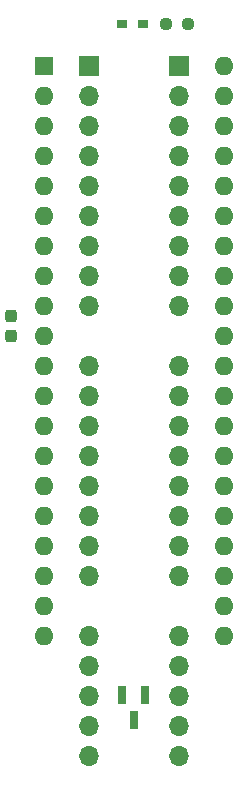
<source format=gbr>
G04 #@! TF.GenerationSoftware,KiCad,Pcbnew,8.0.4+dfsg-1*
G04 #@! TF.CreationDate,2025-03-02T15:34:24+09:00*
G04 #@! TF.ProjectId,bionic-tms9995,62696f6e-6963-42d7-946d-73393939352e,3*
G04 #@! TF.SameCoordinates,Original*
G04 #@! TF.FileFunction,Soldermask,Top*
G04 #@! TF.FilePolarity,Negative*
%FSLAX46Y46*%
G04 Gerber Fmt 4.6, Leading zero omitted, Abs format (unit mm)*
G04 Created by KiCad (PCBNEW 8.0.4+dfsg-1) date 2025-03-02 15:34:24*
%MOMM*%
%LPD*%
G01*
G04 APERTURE LIST*
G04 Aperture macros list*
%AMRoundRect*
0 Rectangle with rounded corners*
0 $1 Rounding radius*
0 $2 $3 $4 $5 $6 $7 $8 $9 X,Y pos of 4 corners*
0 Add a 4 corners polygon primitive as box body*
4,1,4,$2,$3,$4,$5,$6,$7,$8,$9,$2,$3,0*
0 Add four circle primitives for the rounded corners*
1,1,$1+$1,$2,$3*
1,1,$1+$1,$4,$5*
1,1,$1+$1,$6,$7*
1,1,$1+$1,$8,$9*
0 Add four rect primitives between the rounded corners*
20,1,$1+$1,$2,$3,$4,$5,0*
20,1,$1+$1,$4,$5,$6,$7,0*
20,1,$1+$1,$6,$7,$8,$9,0*
20,1,$1+$1,$8,$9,$2,$3,0*%
G04 Aperture macros list end*
%ADD10O,1.700000X1.700000*%
%ADD11R,1.700000X1.700000*%
%ADD12R,1.600000X1.600000*%
%ADD13O,1.600000X1.600000*%
%ADD14R,0.660400X1.625600*%
%ADD15R,0.965200X0.762000*%
%ADD16RoundRect,0.237500X-0.250000X-0.237500X0.250000X-0.237500X0.250000X0.237500X-0.250000X0.237500X0*%
%ADD17RoundRect,0.237500X0.237500X-0.300000X0.237500X0.300000X-0.237500X0.300000X-0.237500X-0.300000X0*%
G04 APERTURE END LIST*
D10*
X117510000Y-133500000D03*
X117510000Y-130960000D03*
X117510000Y-128420000D03*
X117510000Y-125880000D03*
X117510000Y-123340000D03*
X117510000Y-118260000D03*
X117510000Y-115720000D03*
X117510000Y-113180000D03*
X117510000Y-110640000D03*
X117510000Y-108100000D03*
X117510000Y-105560000D03*
X117510000Y-103020000D03*
X117510000Y-100480000D03*
X117510000Y-95400000D03*
X117510000Y-92860000D03*
X117510000Y-90320000D03*
X117510000Y-87780000D03*
X117510000Y-85240000D03*
X117510000Y-82700000D03*
X117510000Y-80160000D03*
X117510000Y-77620000D03*
D11*
X117510000Y-75080000D03*
X109890000Y-75080000D03*
D10*
X109890000Y-77620000D03*
X109890000Y-80160000D03*
X109890000Y-82700000D03*
X109890000Y-85240000D03*
X109890000Y-87780000D03*
X109890000Y-90320000D03*
X109890000Y-92860000D03*
X109890000Y-95400000D03*
X109890000Y-100480000D03*
X109890000Y-103020000D03*
X109890000Y-105560000D03*
X109890000Y-108100000D03*
X109890000Y-110640000D03*
X109890000Y-113180000D03*
X109890000Y-115720000D03*
X109890000Y-118260000D03*
X109890000Y-123340000D03*
X109890000Y-125880000D03*
X109890000Y-128420000D03*
X109890000Y-130960000D03*
X109890000Y-133500000D03*
D12*
X106080000Y-75080000D03*
D13*
X106080000Y-77620000D03*
X106080000Y-80160000D03*
X106080000Y-82700000D03*
X106080000Y-85240000D03*
X106080000Y-87780000D03*
X106080000Y-90320000D03*
X106080000Y-92860000D03*
X106080000Y-95400000D03*
X106080000Y-97940000D03*
X106080000Y-100480000D03*
X106080000Y-103020000D03*
X106080000Y-105560000D03*
X106080000Y-108100000D03*
X106080000Y-110640000D03*
X106080000Y-113180000D03*
X106080000Y-115720000D03*
X106080000Y-118260000D03*
X106080000Y-120800000D03*
X106080000Y-123340000D03*
X121320000Y-123340000D03*
X121320000Y-120800000D03*
X121320000Y-118260000D03*
X121320000Y-115720000D03*
X121320000Y-113180000D03*
X121320000Y-110640000D03*
X121320000Y-108100000D03*
X121320000Y-105560000D03*
X121320000Y-103020000D03*
X121320000Y-100480000D03*
X121320000Y-97940000D03*
X121320000Y-95400000D03*
X121320000Y-92860000D03*
X121320000Y-90320000D03*
X121320000Y-87780000D03*
X121320000Y-85240000D03*
X121320000Y-82700000D03*
X121320000Y-80160000D03*
X121320000Y-77620000D03*
X121320000Y-75080000D03*
D14*
X114650001Y-128293000D03*
X112749999Y-128293000D03*
X113700000Y-130425000D03*
D15*
X114449300Y-71524000D03*
X112696700Y-71524000D03*
D16*
X116470500Y-71524000D03*
X118295500Y-71524000D03*
D17*
X103336800Y-97938900D03*
X103336800Y-96213900D03*
M02*

</source>
